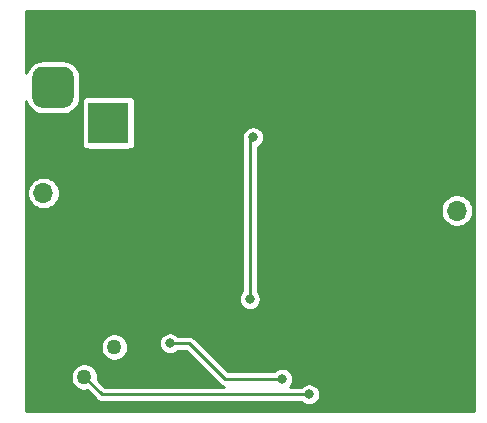
<source format=gbr>
%TF.GenerationSoftware,KiCad,Pcbnew,(5.1.5-131-g305ed0b65)-1*%
%TF.CreationDate,2020-04-20T23:46:23+08:00*%
%TF.ProjectId,NixieController,4e697869-6543-46f6-9e74-726f6c6c6572,rev?*%
%TF.SameCoordinates,Original*%
%TF.FileFunction,Copper,L2,Bot*%
%TF.FilePolarity,Positive*%
%FSLAX46Y46*%
G04 Gerber Fmt 4.6, Leading zero omitted, Abs format (unit mm)*
G04 Created by KiCad (PCBNEW (5.1.5-131-g305ed0b65)-1) date 2020-04-20 23:46:23*
%MOMM*%
%LPD*%
G01*
G04 APERTURE LIST*
%TA.AperFunction,ComponentPad*%
%ADD10R,3.500000X3.500000*%
%TD*%
%TA.AperFunction,ComponentPad*%
%ADD11R,1.700000X1.700000*%
%TD*%
%TA.AperFunction,ComponentPad*%
%ADD12O,1.700000X1.700000*%
%TD*%
%TA.AperFunction,ComponentPad*%
%ADD13C,1.260000*%
%TD*%
%TA.AperFunction,ViaPad*%
%ADD14C,0.800000*%
%TD*%
%TA.AperFunction,Conductor*%
%ADD15C,0.250000*%
%TD*%
%TA.AperFunction,Conductor*%
%ADD16C,0.254000*%
%TD*%
G04 APERTURE END LIST*
D10*
%TO.P,J1,1*%
%TO.N,+12V*%
X71500000Y-52000000D03*
%TO.P,J1,2*%
%TO.N,GND*%
%TA.AperFunction,ComponentPad*%
G36*
G01*
X70500000Y-44500000D02*
X72500000Y-44500000D01*
G75*
G02*
X73250000Y-45250000I0J-750000D01*
G01*
X73250000Y-46750000D01*
G75*
G02*
X72500000Y-47500000I-750000J0D01*
G01*
X70500000Y-47500000D01*
G75*
G02*
X69750000Y-46750000I0J750000D01*
G01*
X69750000Y-45250000D01*
G75*
G02*
X70500000Y-44500000I750000J0D01*
G01*
G37*
%TD.AperFunction*%
%TO.P,J1,3*%
%TO.N,N/C*%
%TA.AperFunction,ComponentPad*%
G36*
G01*
X65925000Y-47250000D02*
X67675000Y-47250000D01*
G75*
G02*
X68550000Y-48125000I0J-875000D01*
G01*
X68550000Y-49875000D01*
G75*
G02*
X67675000Y-50750000I-875000J0D01*
G01*
X65925000Y-50750000D01*
G75*
G02*
X65050000Y-49875000I0J875000D01*
G01*
X65050000Y-48125000D01*
G75*
G02*
X65925000Y-47250000I875000J0D01*
G01*
G37*
%TD.AperFunction*%
%TD*%
D11*
%TO.P,J2,1*%
%TO.N,GND*%
X66000000Y-60500000D03*
D12*
%TO.P,J2,2*%
%TO.N,+12V*%
X66000000Y-57960000D03*
%TD*%
%TO.P,J3,2*%
%TO.N,+180V*%
X101000000Y-59460000D03*
D11*
%TO.P,J3,1*%
%TO.N,GND*%
X101000000Y-62000000D03*
%TD*%
D13*
%TO.P,RV1,3*%
%TO.N,GND*%
X66920000Y-71000000D03*
%TO.P,RV1,2*%
%TO.N,Net-(R3-Pad2)*%
X69460000Y-73540000D03*
%TO.P,RV1,1*%
%TO.N,Net-(RV1-Pad1)*%
X72000000Y-71000000D03*
%TD*%
D14*
%TO.N,GND*%
X80500000Y-68500000D03*
X81500000Y-68500000D03*
X81500000Y-69500000D03*
X80500000Y-69500000D03*
X80500000Y-70500000D03*
X81500000Y-70500000D03*
X80500000Y-71500000D03*
X81500000Y-71500000D03*
X100500000Y-66000000D03*
X101500000Y-66000000D03*
X100500000Y-67000000D03*
X101500000Y-67000000D03*
X74000000Y-73500000D03*
X75000000Y-73500000D03*
X76000000Y-73500000D03*
X77000000Y-73500000D03*
X76500000Y-72500000D03*
X72000000Y-66000000D03*
X71000000Y-66000000D03*
X70000000Y-66000000D03*
X69000000Y-66000000D03*
X68000000Y-66000000D03*
X67000000Y-66000000D03*
X66000000Y-66000000D03*
X65000000Y-66000000D03*
X65000000Y-65000000D03*
X66000000Y-65000000D03*
X67000000Y-65000000D03*
X68000000Y-65000000D03*
X68000000Y-64000000D03*
X67000000Y-64000000D03*
X66000000Y-64000000D03*
X65000000Y-64000000D03*
X77000000Y-76000000D03*
X76000000Y-76000000D03*
X75000000Y-76000000D03*
X74000000Y-76000000D03*
X77000000Y-46500000D03*
X78000000Y-46500000D03*
X79000000Y-46500000D03*
X80000000Y-46500000D03*
X81000000Y-46500000D03*
X82000000Y-46500000D03*
X82000000Y-45500000D03*
X81000000Y-45500000D03*
X80000000Y-45500000D03*
X79000000Y-45500000D03*
X78000000Y-45500000D03*
X77000000Y-45500000D03*
X77000000Y-44500000D03*
X78000000Y-44500000D03*
X79000000Y-44500000D03*
X80000000Y-44500000D03*
X81000000Y-44500000D03*
X82000000Y-44500000D03*
X83000000Y-45500000D03*
X83000000Y-44500000D03*
X84000000Y-44500000D03*
X84000000Y-43500000D03*
X83000000Y-43500000D03*
X82000000Y-43500000D03*
X81000000Y-43500000D03*
X80000000Y-43500000D03*
X79000000Y-43500000D03*
X78000000Y-43500000D03*
X77000000Y-43500000D03*
X75500000Y-46500000D03*
X74500000Y-46500000D03*
X74500000Y-45500000D03*
X75500000Y-45500000D03*
X75500000Y-44500000D03*
X75500000Y-43500000D03*
X74500000Y-43500000D03*
X74500000Y-44500000D03*
X73500000Y-43500000D03*
X72500000Y-43500000D03*
X71500000Y-43500000D03*
X70500000Y-43500000D03*
X69500000Y-43500000D03*
X68500000Y-43500000D03*
X67500000Y-43500000D03*
X67500000Y-44500000D03*
X68500000Y-44500000D03*
X68500000Y-45500000D03*
X67500000Y-45500000D03*
X74500000Y-47500000D03*
X75500000Y-47500000D03*
X75500000Y-48500000D03*
X74500000Y-48500000D03*
X73500000Y-48500000D03*
X72500000Y-48500000D03*
X71500000Y-48500000D03*
X70500000Y-48500000D03*
X69500000Y-48500000D03*
X77000000Y-47500000D03*
X78000000Y-47500000D03*
X79000000Y-47500000D03*
X79000000Y-48500000D03*
X78000000Y-48500000D03*
X77000000Y-48500000D03*
X80000000Y-47500000D03*
X81000000Y-47500000D03*
X80000000Y-48500000D03*
X67000000Y-67000000D03*
X66000000Y-67000000D03*
X65000000Y-67000000D03*
X66000000Y-68000000D03*
X65000000Y-68000000D03*
X65000000Y-69000000D03*
%TO.N,Net-(Q1-Pad3)*%
X83480000Y-66950000D03*
X83739964Y-53229968D03*
%TO.N,Net-(C4-Pad2)*%
X86230000Y-73700000D03*
X76700000Y-70680000D03*
%TO.N,Net-(R3-Pad2)*%
X88500000Y-75000000D03*
%TD*%
D15*
%TO.N,Net-(Q1-Pad3)*%
X83480000Y-66950000D02*
X83480000Y-53489932D01*
X83480000Y-53489932D02*
X83739964Y-53229968D01*
%TO.N,Net-(C4-Pad2)*%
X78310998Y-70680000D02*
X76700000Y-70680000D01*
X86230000Y-73700000D02*
X81330998Y-73700000D01*
X81330998Y-73700000D02*
X78310998Y-70680000D01*
%TO.N,Net-(R3-Pad2)*%
X70920000Y-75000000D02*
X69460000Y-73540000D01*
X88500000Y-75000000D02*
X70920000Y-75000000D01*
%TD*%
D16*
%TO.N,GND*%
G36*
X102448000Y-76448000D02*
G01*
X64552000Y-76448000D01*
X64552000Y-73426045D01*
X68303000Y-73426045D01*
X68303000Y-73653955D01*
X68347463Y-73877484D01*
X68434680Y-74088045D01*
X68561300Y-74277544D01*
X68722456Y-74438700D01*
X68911955Y-74565320D01*
X69122516Y-74652537D01*
X69346045Y-74697000D01*
X69573955Y-74697000D01*
X69674862Y-74676928D01*
X70436320Y-75438387D01*
X70456736Y-75463264D01*
X70556016Y-75544741D01*
X70669283Y-75605283D01*
X70730735Y-75623924D01*
X70792185Y-75642565D01*
X70920000Y-75655154D01*
X70952022Y-75652000D01*
X87841024Y-75652000D01*
X87909072Y-75720048D01*
X88060901Y-75821496D01*
X88229604Y-75891376D01*
X88408699Y-75927000D01*
X88591301Y-75927000D01*
X88770396Y-75891376D01*
X88939099Y-75821496D01*
X89090928Y-75720048D01*
X89220048Y-75590928D01*
X89321496Y-75439099D01*
X89391376Y-75270396D01*
X89427000Y-75091301D01*
X89427000Y-74908699D01*
X89391376Y-74729604D01*
X89321496Y-74560901D01*
X89220048Y-74409072D01*
X89090928Y-74279952D01*
X88939099Y-74178504D01*
X88770396Y-74108624D01*
X88591301Y-74073000D01*
X88408699Y-74073000D01*
X88229604Y-74108624D01*
X88060901Y-74178504D01*
X87909072Y-74279952D01*
X87841024Y-74348000D01*
X86892976Y-74348000D01*
X86950048Y-74290928D01*
X87051496Y-74139099D01*
X87121376Y-73970396D01*
X87157000Y-73791301D01*
X87157000Y-73608699D01*
X87121376Y-73429604D01*
X87051496Y-73260901D01*
X86950048Y-73109072D01*
X86820928Y-72979952D01*
X86669099Y-72878504D01*
X86500396Y-72808624D01*
X86321301Y-72773000D01*
X86138699Y-72773000D01*
X85959604Y-72808624D01*
X85790901Y-72878504D01*
X85639072Y-72979952D01*
X85571024Y-73048000D01*
X81601065Y-73048000D01*
X78794683Y-70241619D01*
X78774262Y-70216736D01*
X78674982Y-70135259D01*
X78561715Y-70074717D01*
X78438812Y-70037435D01*
X78343020Y-70028000D01*
X78310998Y-70024846D01*
X78278976Y-70028000D01*
X77358976Y-70028000D01*
X77290928Y-69959952D01*
X77139099Y-69858504D01*
X76970396Y-69788624D01*
X76791301Y-69753000D01*
X76608699Y-69753000D01*
X76429604Y-69788624D01*
X76260901Y-69858504D01*
X76109072Y-69959952D01*
X75979952Y-70089072D01*
X75878504Y-70240901D01*
X75808624Y-70409604D01*
X75773000Y-70588699D01*
X75773000Y-70771301D01*
X75808624Y-70950396D01*
X75878504Y-71119099D01*
X75979952Y-71270928D01*
X76109072Y-71400048D01*
X76260901Y-71501496D01*
X76429604Y-71571376D01*
X76608699Y-71607000D01*
X76791301Y-71607000D01*
X76970396Y-71571376D01*
X77139099Y-71501496D01*
X77290928Y-71400048D01*
X77358976Y-71332000D01*
X78040932Y-71332000D01*
X80847318Y-74138387D01*
X80867734Y-74163264D01*
X80967014Y-74244741D01*
X81080281Y-74305283D01*
X81141733Y-74323924D01*
X81203183Y-74342565D01*
X81258364Y-74348000D01*
X71190067Y-74348000D01*
X70596928Y-73754862D01*
X70617000Y-73653955D01*
X70617000Y-73426045D01*
X70572537Y-73202516D01*
X70485320Y-72991955D01*
X70358700Y-72802456D01*
X70197544Y-72641300D01*
X70008045Y-72514680D01*
X69797484Y-72427463D01*
X69573955Y-72383000D01*
X69346045Y-72383000D01*
X69122516Y-72427463D01*
X68911955Y-72514680D01*
X68722456Y-72641300D01*
X68561300Y-72802456D01*
X68434680Y-72991955D01*
X68347463Y-73202516D01*
X68303000Y-73426045D01*
X64552000Y-73426045D01*
X64552000Y-70886045D01*
X70843000Y-70886045D01*
X70843000Y-71113955D01*
X70887463Y-71337484D01*
X70974680Y-71548045D01*
X71101300Y-71737544D01*
X71262456Y-71898700D01*
X71451955Y-72025320D01*
X71662516Y-72112537D01*
X71886045Y-72157000D01*
X72113955Y-72157000D01*
X72337484Y-72112537D01*
X72548045Y-72025320D01*
X72737544Y-71898700D01*
X72898700Y-71737544D01*
X73025320Y-71548045D01*
X73112537Y-71337484D01*
X73157000Y-71113955D01*
X73157000Y-70886045D01*
X73112537Y-70662516D01*
X73025320Y-70451955D01*
X72898700Y-70262456D01*
X72737544Y-70101300D01*
X72548045Y-69974680D01*
X72337484Y-69887463D01*
X72113955Y-69843000D01*
X71886045Y-69843000D01*
X71662516Y-69887463D01*
X71451955Y-69974680D01*
X71262456Y-70101300D01*
X71101300Y-70262456D01*
X70974680Y-70451955D01*
X70887463Y-70662516D01*
X70843000Y-70886045D01*
X64552000Y-70886045D01*
X64552000Y-66858699D01*
X82553000Y-66858699D01*
X82553000Y-67041301D01*
X82588624Y-67220396D01*
X82658504Y-67389099D01*
X82759952Y-67540928D01*
X82889072Y-67670048D01*
X83040901Y-67771496D01*
X83209604Y-67841376D01*
X83388699Y-67877000D01*
X83571301Y-67877000D01*
X83750396Y-67841376D01*
X83919099Y-67771496D01*
X84070928Y-67670048D01*
X84200048Y-67540928D01*
X84301496Y-67389099D01*
X84371376Y-67220396D01*
X84407000Y-67041301D01*
X84407000Y-66858699D01*
X84371376Y-66679604D01*
X84301496Y-66510901D01*
X84200048Y-66359072D01*
X84132000Y-66291024D01*
X84132000Y-59324377D01*
X99623000Y-59324377D01*
X99623000Y-59595623D01*
X99675917Y-59861656D01*
X99779718Y-60112254D01*
X99930414Y-60337787D01*
X100122213Y-60529586D01*
X100347746Y-60680282D01*
X100598344Y-60784083D01*
X100864377Y-60837000D01*
X101135623Y-60837000D01*
X101401656Y-60784083D01*
X101652254Y-60680282D01*
X101877787Y-60529586D01*
X102069586Y-60337787D01*
X102220282Y-60112254D01*
X102324083Y-59861656D01*
X102377000Y-59595623D01*
X102377000Y-59324377D01*
X102324083Y-59058344D01*
X102220282Y-58807746D01*
X102069586Y-58582213D01*
X101877787Y-58390414D01*
X101652254Y-58239718D01*
X101401656Y-58135917D01*
X101135623Y-58083000D01*
X100864377Y-58083000D01*
X100598344Y-58135917D01*
X100347746Y-58239718D01*
X100122213Y-58390414D01*
X99930414Y-58582213D01*
X99779718Y-58807746D01*
X99675917Y-59058344D01*
X99623000Y-59324377D01*
X84132000Y-59324377D01*
X84132000Y-54070958D01*
X84179063Y-54051464D01*
X84330892Y-53950016D01*
X84460012Y-53820896D01*
X84561460Y-53669067D01*
X84631340Y-53500364D01*
X84666964Y-53321269D01*
X84666964Y-53138667D01*
X84631340Y-52959572D01*
X84561460Y-52790869D01*
X84460012Y-52639040D01*
X84330892Y-52509920D01*
X84179063Y-52408472D01*
X84010360Y-52338592D01*
X83831265Y-52302968D01*
X83648663Y-52302968D01*
X83469568Y-52338592D01*
X83300865Y-52408472D01*
X83149036Y-52509920D01*
X83019916Y-52639040D01*
X82918468Y-52790869D01*
X82848588Y-52959572D01*
X82812964Y-53138667D01*
X82812964Y-53321269D01*
X82832022Y-53417079D01*
X82824846Y-53489932D01*
X82828001Y-53521964D01*
X82828000Y-66291024D01*
X82759952Y-66359072D01*
X82658504Y-66510901D01*
X82588624Y-66679604D01*
X82553000Y-66858699D01*
X64552000Y-66858699D01*
X64552000Y-57824377D01*
X64623000Y-57824377D01*
X64623000Y-58095623D01*
X64675917Y-58361656D01*
X64779718Y-58612254D01*
X64930414Y-58837787D01*
X65122213Y-59029586D01*
X65347746Y-59180282D01*
X65598344Y-59284083D01*
X65864377Y-59337000D01*
X66135623Y-59337000D01*
X66401656Y-59284083D01*
X66652254Y-59180282D01*
X66877787Y-59029586D01*
X67069586Y-58837787D01*
X67220282Y-58612254D01*
X67324083Y-58361656D01*
X67377000Y-58095623D01*
X67377000Y-57824377D01*
X67324083Y-57558344D01*
X67220282Y-57307746D01*
X67069586Y-57082213D01*
X66877787Y-56890414D01*
X66652254Y-56739718D01*
X66401656Y-56635917D01*
X66135623Y-56583000D01*
X65864377Y-56583000D01*
X65598344Y-56635917D01*
X65347746Y-56739718D01*
X65122213Y-56890414D01*
X64930414Y-57082213D01*
X64779718Y-57307746D01*
X64675917Y-57558344D01*
X64623000Y-57824377D01*
X64552000Y-57824377D01*
X64552000Y-50164050D01*
X64627366Y-50412498D01*
X64757160Y-50655326D01*
X64931834Y-50868166D01*
X65144674Y-51042840D01*
X65387502Y-51172634D01*
X65650986Y-51252561D01*
X65925000Y-51279549D01*
X67675000Y-51279549D01*
X67949014Y-51252561D01*
X68212498Y-51172634D01*
X68455326Y-51042840D01*
X68668166Y-50868166D01*
X68842840Y-50655326D01*
X68972634Y-50412498D01*
X69021927Y-50250000D01*
X69220451Y-50250000D01*
X69220451Y-53750000D01*
X69230626Y-53853310D01*
X69260761Y-53952650D01*
X69309696Y-54044202D01*
X69375552Y-54124448D01*
X69455798Y-54190304D01*
X69547350Y-54239239D01*
X69646690Y-54269374D01*
X69750000Y-54279549D01*
X73250000Y-54279549D01*
X73353310Y-54269374D01*
X73452650Y-54239239D01*
X73544202Y-54190304D01*
X73624448Y-54124448D01*
X73690304Y-54044202D01*
X73739239Y-53952650D01*
X73769374Y-53853310D01*
X73779549Y-53750000D01*
X73779549Y-50250000D01*
X73769374Y-50146690D01*
X73739239Y-50047350D01*
X73690304Y-49955798D01*
X73624448Y-49875552D01*
X73544202Y-49809696D01*
X73452650Y-49760761D01*
X73353310Y-49730626D01*
X73250000Y-49720451D01*
X69750000Y-49720451D01*
X69646690Y-49730626D01*
X69547350Y-49760761D01*
X69455798Y-49809696D01*
X69375552Y-49875552D01*
X69309696Y-49955798D01*
X69260761Y-50047350D01*
X69230626Y-50146690D01*
X69220451Y-50250000D01*
X69021927Y-50250000D01*
X69052561Y-50149014D01*
X69079549Y-49875000D01*
X69079549Y-48125000D01*
X69052561Y-47850986D01*
X68972634Y-47587502D01*
X68842840Y-47344674D01*
X68668166Y-47131834D01*
X68455326Y-46957160D01*
X68212498Y-46827366D01*
X67949014Y-46747439D01*
X67675000Y-46720451D01*
X65925000Y-46720451D01*
X65650986Y-46747439D01*
X65387502Y-46827366D01*
X65144674Y-46957160D01*
X64931834Y-47131834D01*
X64757160Y-47344674D01*
X64627366Y-47587502D01*
X64552000Y-47835950D01*
X64552000Y-42552000D01*
X102448001Y-42552000D01*
X102448000Y-76448000D01*
G37*
X102448000Y-76448000D02*
X64552000Y-76448000D01*
X64552000Y-73426045D01*
X68303000Y-73426045D01*
X68303000Y-73653955D01*
X68347463Y-73877484D01*
X68434680Y-74088045D01*
X68561300Y-74277544D01*
X68722456Y-74438700D01*
X68911955Y-74565320D01*
X69122516Y-74652537D01*
X69346045Y-74697000D01*
X69573955Y-74697000D01*
X69674862Y-74676928D01*
X70436320Y-75438387D01*
X70456736Y-75463264D01*
X70556016Y-75544741D01*
X70669283Y-75605283D01*
X70730735Y-75623924D01*
X70792185Y-75642565D01*
X70920000Y-75655154D01*
X70952022Y-75652000D01*
X87841024Y-75652000D01*
X87909072Y-75720048D01*
X88060901Y-75821496D01*
X88229604Y-75891376D01*
X88408699Y-75927000D01*
X88591301Y-75927000D01*
X88770396Y-75891376D01*
X88939099Y-75821496D01*
X89090928Y-75720048D01*
X89220048Y-75590928D01*
X89321496Y-75439099D01*
X89391376Y-75270396D01*
X89427000Y-75091301D01*
X89427000Y-74908699D01*
X89391376Y-74729604D01*
X89321496Y-74560901D01*
X89220048Y-74409072D01*
X89090928Y-74279952D01*
X88939099Y-74178504D01*
X88770396Y-74108624D01*
X88591301Y-74073000D01*
X88408699Y-74073000D01*
X88229604Y-74108624D01*
X88060901Y-74178504D01*
X87909072Y-74279952D01*
X87841024Y-74348000D01*
X86892976Y-74348000D01*
X86950048Y-74290928D01*
X87051496Y-74139099D01*
X87121376Y-73970396D01*
X87157000Y-73791301D01*
X87157000Y-73608699D01*
X87121376Y-73429604D01*
X87051496Y-73260901D01*
X86950048Y-73109072D01*
X86820928Y-72979952D01*
X86669099Y-72878504D01*
X86500396Y-72808624D01*
X86321301Y-72773000D01*
X86138699Y-72773000D01*
X85959604Y-72808624D01*
X85790901Y-72878504D01*
X85639072Y-72979952D01*
X85571024Y-73048000D01*
X81601065Y-73048000D01*
X78794683Y-70241619D01*
X78774262Y-70216736D01*
X78674982Y-70135259D01*
X78561715Y-70074717D01*
X78438812Y-70037435D01*
X78343020Y-70028000D01*
X78310998Y-70024846D01*
X78278976Y-70028000D01*
X77358976Y-70028000D01*
X77290928Y-69959952D01*
X77139099Y-69858504D01*
X76970396Y-69788624D01*
X76791301Y-69753000D01*
X76608699Y-69753000D01*
X76429604Y-69788624D01*
X76260901Y-69858504D01*
X76109072Y-69959952D01*
X75979952Y-70089072D01*
X75878504Y-70240901D01*
X75808624Y-70409604D01*
X75773000Y-70588699D01*
X75773000Y-70771301D01*
X75808624Y-70950396D01*
X75878504Y-71119099D01*
X75979952Y-71270928D01*
X76109072Y-71400048D01*
X76260901Y-71501496D01*
X76429604Y-71571376D01*
X76608699Y-71607000D01*
X76791301Y-71607000D01*
X76970396Y-71571376D01*
X77139099Y-71501496D01*
X77290928Y-71400048D01*
X77358976Y-71332000D01*
X78040932Y-71332000D01*
X80847318Y-74138387D01*
X80867734Y-74163264D01*
X80967014Y-74244741D01*
X81080281Y-74305283D01*
X81141733Y-74323924D01*
X81203183Y-74342565D01*
X81258364Y-74348000D01*
X71190067Y-74348000D01*
X70596928Y-73754862D01*
X70617000Y-73653955D01*
X70617000Y-73426045D01*
X70572537Y-73202516D01*
X70485320Y-72991955D01*
X70358700Y-72802456D01*
X70197544Y-72641300D01*
X70008045Y-72514680D01*
X69797484Y-72427463D01*
X69573955Y-72383000D01*
X69346045Y-72383000D01*
X69122516Y-72427463D01*
X68911955Y-72514680D01*
X68722456Y-72641300D01*
X68561300Y-72802456D01*
X68434680Y-72991955D01*
X68347463Y-73202516D01*
X68303000Y-73426045D01*
X64552000Y-73426045D01*
X64552000Y-70886045D01*
X70843000Y-70886045D01*
X70843000Y-71113955D01*
X70887463Y-71337484D01*
X70974680Y-71548045D01*
X71101300Y-71737544D01*
X71262456Y-71898700D01*
X71451955Y-72025320D01*
X71662516Y-72112537D01*
X71886045Y-72157000D01*
X72113955Y-72157000D01*
X72337484Y-72112537D01*
X72548045Y-72025320D01*
X72737544Y-71898700D01*
X72898700Y-71737544D01*
X73025320Y-71548045D01*
X73112537Y-71337484D01*
X73157000Y-71113955D01*
X73157000Y-70886045D01*
X73112537Y-70662516D01*
X73025320Y-70451955D01*
X72898700Y-70262456D01*
X72737544Y-70101300D01*
X72548045Y-69974680D01*
X72337484Y-69887463D01*
X72113955Y-69843000D01*
X71886045Y-69843000D01*
X71662516Y-69887463D01*
X71451955Y-69974680D01*
X71262456Y-70101300D01*
X71101300Y-70262456D01*
X70974680Y-70451955D01*
X70887463Y-70662516D01*
X70843000Y-70886045D01*
X64552000Y-70886045D01*
X64552000Y-66858699D01*
X82553000Y-66858699D01*
X82553000Y-67041301D01*
X82588624Y-67220396D01*
X82658504Y-67389099D01*
X82759952Y-67540928D01*
X82889072Y-67670048D01*
X83040901Y-67771496D01*
X83209604Y-67841376D01*
X83388699Y-67877000D01*
X83571301Y-67877000D01*
X83750396Y-67841376D01*
X83919099Y-67771496D01*
X84070928Y-67670048D01*
X84200048Y-67540928D01*
X84301496Y-67389099D01*
X84371376Y-67220396D01*
X84407000Y-67041301D01*
X84407000Y-66858699D01*
X84371376Y-66679604D01*
X84301496Y-66510901D01*
X84200048Y-66359072D01*
X84132000Y-66291024D01*
X84132000Y-59324377D01*
X99623000Y-59324377D01*
X99623000Y-59595623D01*
X99675917Y-59861656D01*
X99779718Y-60112254D01*
X99930414Y-60337787D01*
X100122213Y-60529586D01*
X100347746Y-60680282D01*
X100598344Y-60784083D01*
X100864377Y-60837000D01*
X101135623Y-60837000D01*
X101401656Y-60784083D01*
X101652254Y-60680282D01*
X101877787Y-60529586D01*
X102069586Y-60337787D01*
X102220282Y-60112254D01*
X102324083Y-59861656D01*
X102377000Y-59595623D01*
X102377000Y-59324377D01*
X102324083Y-59058344D01*
X102220282Y-58807746D01*
X102069586Y-58582213D01*
X101877787Y-58390414D01*
X101652254Y-58239718D01*
X101401656Y-58135917D01*
X101135623Y-58083000D01*
X100864377Y-58083000D01*
X100598344Y-58135917D01*
X100347746Y-58239718D01*
X100122213Y-58390414D01*
X99930414Y-58582213D01*
X99779718Y-58807746D01*
X99675917Y-59058344D01*
X99623000Y-59324377D01*
X84132000Y-59324377D01*
X84132000Y-54070958D01*
X84179063Y-54051464D01*
X84330892Y-53950016D01*
X84460012Y-53820896D01*
X84561460Y-53669067D01*
X84631340Y-53500364D01*
X84666964Y-53321269D01*
X84666964Y-53138667D01*
X84631340Y-52959572D01*
X84561460Y-52790869D01*
X84460012Y-52639040D01*
X84330892Y-52509920D01*
X84179063Y-52408472D01*
X84010360Y-52338592D01*
X83831265Y-52302968D01*
X83648663Y-52302968D01*
X83469568Y-52338592D01*
X83300865Y-52408472D01*
X83149036Y-52509920D01*
X83019916Y-52639040D01*
X82918468Y-52790869D01*
X82848588Y-52959572D01*
X82812964Y-53138667D01*
X82812964Y-53321269D01*
X82832022Y-53417079D01*
X82824846Y-53489932D01*
X82828001Y-53521964D01*
X82828000Y-66291024D01*
X82759952Y-66359072D01*
X82658504Y-66510901D01*
X82588624Y-66679604D01*
X82553000Y-66858699D01*
X64552000Y-66858699D01*
X64552000Y-57824377D01*
X64623000Y-57824377D01*
X64623000Y-58095623D01*
X64675917Y-58361656D01*
X64779718Y-58612254D01*
X64930414Y-58837787D01*
X65122213Y-59029586D01*
X65347746Y-59180282D01*
X65598344Y-59284083D01*
X65864377Y-59337000D01*
X66135623Y-59337000D01*
X66401656Y-59284083D01*
X66652254Y-59180282D01*
X66877787Y-59029586D01*
X67069586Y-58837787D01*
X67220282Y-58612254D01*
X67324083Y-58361656D01*
X67377000Y-58095623D01*
X67377000Y-57824377D01*
X67324083Y-57558344D01*
X67220282Y-57307746D01*
X67069586Y-57082213D01*
X66877787Y-56890414D01*
X66652254Y-56739718D01*
X66401656Y-56635917D01*
X66135623Y-56583000D01*
X65864377Y-56583000D01*
X65598344Y-56635917D01*
X65347746Y-56739718D01*
X65122213Y-56890414D01*
X64930414Y-57082213D01*
X64779718Y-57307746D01*
X64675917Y-57558344D01*
X64623000Y-57824377D01*
X64552000Y-57824377D01*
X64552000Y-50164050D01*
X64627366Y-50412498D01*
X64757160Y-50655326D01*
X64931834Y-50868166D01*
X65144674Y-51042840D01*
X65387502Y-51172634D01*
X65650986Y-51252561D01*
X65925000Y-51279549D01*
X67675000Y-51279549D01*
X67949014Y-51252561D01*
X68212498Y-51172634D01*
X68455326Y-51042840D01*
X68668166Y-50868166D01*
X68842840Y-50655326D01*
X68972634Y-50412498D01*
X69021927Y-50250000D01*
X69220451Y-50250000D01*
X69220451Y-53750000D01*
X69230626Y-53853310D01*
X69260761Y-53952650D01*
X69309696Y-54044202D01*
X69375552Y-54124448D01*
X69455798Y-54190304D01*
X69547350Y-54239239D01*
X69646690Y-54269374D01*
X69750000Y-54279549D01*
X73250000Y-54279549D01*
X73353310Y-54269374D01*
X73452650Y-54239239D01*
X73544202Y-54190304D01*
X73624448Y-54124448D01*
X73690304Y-54044202D01*
X73739239Y-53952650D01*
X73769374Y-53853310D01*
X73779549Y-53750000D01*
X73779549Y-50250000D01*
X73769374Y-50146690D01*
X73739239Y-50047350D01*
X73690304Y-49955798D01*
X73624448Y-49875552D01*
X73544202Y-49809696D01*
X73452650Y-49760761D01*
X73353310Y-49730626D01*
X73250000Y-49720451D01*
X69750000Y-49720451D01*
X69646690Y-49730626D01*
X69547350Y-49760761D01*
X69455798Y-49809696D01*
X69375552Y-49875552D01*
X69309696Y-49955798D01*
X69260761Y-50047350D01*
X69230626Y-50146690D01*
X69220451Y-50250000D01*
X69021927Y-50250000D01*
X69052561Y-50149014D01*
X69079549Y-49875000D01*
X69079549Y-48125000D01*
X69052561Y-47850986D01*
X68972634Y-47587502D01*
X68842840Y-47344674D01*
X68668166Y-47131834D01*
X68455326Y-46957160D01*
X68212498Y-46827366D01*
X67949014Y-46747439D01*
X67675000Y-46720451D01*
X65925000Y-46720451D01*
X65650986Y-46747439D01*
X65387502Y-46827366D01*
X65144674Y-46957160D01*
X64931834Y-47131834D01*
X64757160Y-47344674D01*
X64627366Y-47587502D01*
X64552000Y-47835950D01*
X64552000Y-42552000D01*
X102448001Y-42552000D01*
X102448000Y-76448000D01*
%TD*%
M02*

</source>
